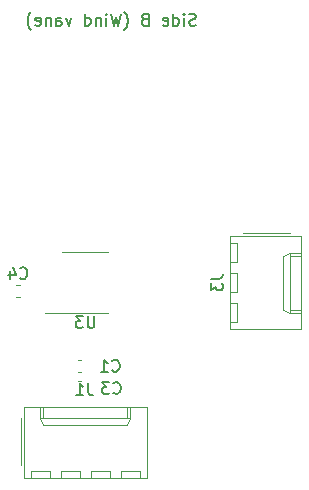
<source format=gbo>
G04 #@! TF.GenerationSoftware,KiCad,Pcbnew,(5.1.6)-1*
G04 #@! TF.CreationDate,2022-06-26T15:17:10+10:00*
G04 #@! TF.ProjectId,wind_sensors,77696e64-5f73-4656-9e73-6f72732e6b69,rev?*
G04 #@! TF.SameCoordinates,Original*
G04 #@! TF.FileFunction,Legend,Bot*
G04 #@! TF.FilePolarity,Positive*
%FSLAX46Y46*%
G04 Gerber Fmt 4.6, Leading zero omitted, Abs format (unit mm)*
G04 Created by KiCad (PCBNEW (5.1.6)-1) date 2022-06-26 15:17:10*
%MOMM*%
%LPD*%
G01*
G04 APERTURE LIST*
%ADD10C,0.150000*%
%ADD11C,0.120000*%
G04 APERTURE END LIST*
D10*
X153242857Y-79804761D02*
X153100000Y-79852380D01*
X152861904Y-79852380D01*
X152766666Y-79804761D01*
X152719047Y-79757142D01*
X152671428Y-79661904D01*
X152671428Y-79566666D01*
X152719047Y-79471428D01*
X152766666Y-79423809D01*
X152861904Y-79376190D01*
X153052380Y-79328571D01*
X153147619Y-79280952D01*
X153195238Y-79233333D01*
X153242857Y-79138095D01*
X153242857Y-79042857D01*
X153195238Y-78947619D01*
X153147619Y-78900000D01*
X153052380Y-78852380D01*
X152814285Y-78852380D01*
X152671428Y-78900000D01*
X152242857Y-79852380D02*
X152242857Y-79185714D01*
X152242857Y-78852380D02*
X152290476Y-78900000D01*
X152242857Y-78947619D01*
X152195238Y-78900000D01*
X152242857Y-78852380D01*
X152242857Y-78947619D01*
X151338095Y-79852380D02*
X151338095Y-78852380D01*
X151338095Y-79804761D02*
X151433333Y-79852380D01*
X151623809Y-79852380D01*
X151719047Y-79804761D01*
X151766666Y-79757142D01*
X151814285Y-79661904D01*
X151814285Y-79376190D01*
X151766666Y-79280952D01*
X151719047Y-79233333D01*
X151623809Y-79185714D01*
X151433333Y-79185714D01*
X151338095Y-79233333D01*
X150480952Y-79804761D02*
X150576190Y-79852380D01*
X150766666Y-79852380D01*
X150861904Y-79804761D01*
X150909523Y-79709523D01*
X150909523Y-79328571D01*
X150861904Y-79233333D01*
X150766666Y-79185714D01*
X150576190Y-79185714D01*
X150480952Y-79233333D01*
X150433333Y-79328571D01*
X150433333Y-79423809D01*
X150909523Y-79519047D01*
X148909523Y-79328571D02*
X148766666Y-79376190D01*
X148719047Y-79423809D01*
X148671428Y-79519047D01*
X148671428Y-79661904D01*
X148719047Y-79757142D01*
X148766666Y-79804761D01*
X148861904Y-79852380D01*
X149242857Y-79852380D01*
X149242857Y-78852380D01*
X148909523Y-78852380D01*
X148814285Y-78900000D01*
X148766666Y-78947619D01*
X148719047Y-79042857D01*
X148719047Y-79138095D01*
X148766666Y-79233333D01*
X148814285Y-79280952D01*
X148909523Y-79328571D01*
X149242857Y-79328571D01*
X147195238Y-80233333D02*
X147242857Y-80185714D01*
X147338095Y-80042857D01*
X147385714Y-79947619D01*
X147433333Y-79804761D01*
X147480952Y-79566666D01*
X147480952Y-79376190D01*
X147433333Y-79138095D01*
X147385714Y-78995238D01*
X147338095Y-78900000D01*
X147242857Y-78757142D01*
X147195238Y-78709523D01*
X146909523Y-78852380D02*
X146671428Y-79852380D01*
X146480952Y-79138095D01*
X146290476Y-79852380D01*
X146052380Y-78852380D01*
X145671428Y-79852380D02*
X145671428Y-79185714D01*
X145671428Y-78852380D02*
X145719047Y-78900000D01*
X145671428Y-78947619D01*
X145623809Y-78900000D01*
X145671428Y-78852380D01*
X145671428Y-78947619D01*
X145195238Y-79185714D02*
X145195238Y-79852380D01*
X145195238Y-79280952D02*
X145147619Y-79233333D01*
X145052380Y-79185714D01*
X144909523Y-79185714D01*
X144814285Y-79233333D01*
X144766666Y-79328571D01*
X144766666Y-79852380D01*
X143861904Y-79852380D02*
X143861904Y-78852380D01*
X143861904Y-79804761D02*
X143957142Y-79852380D01*
X144147619Y-79852380D01*
X144242857Y-79804761D01*
X144290476Y-79757142D01*
X144338095Y-79661904D01*
X144338095Y-79376190D01*
X144290476Y-79280952D01*
X144242857Y-79233333D01*
X144147619Y-79185714D01*
X143957142Y-79185714D01*
X143861904Y-79233333D01*
X142719047Y-79185714D02*
X142480952Y-79852380D01*
X142242857Y-79185714D01*
X141433333Y-79852380D02*
X141433333Y-79328571D01*
X141480952Y-79233333D01*
X141576190Y-79185714D01*
X141766666Y-79185714D01*
X141861904Y-79233333D01*
X141433333Y-79804761D02*
X141528571Y-79852380D01*
X141766666Y-79852380D01*
X141861904Y-79804761D01*
X141909523Y-79709523D01*
X141909523Y-79614285D01*
X141861904Y-79519047D01*
X141766666Y-79471428D01*
X141528571Y-79471428D01*
X141433333Y-79423809D01*
X140957142Y-79185714D02*
X140957142Y-79852380D01*
X140957142Y-79280952D02*
X140909523Y-79233333D01*
X140814285Y-79185714D01*
X140671428Y-79185714D01*
X140576190Y-79233333D01*
X140528571Y-79328571D01*
X140528571Y-79852380D01*
X139671428Y-79804761D02*
X139766666Y-79852380D01*
X139957142Y-79852380D01*
X140052380Y-79804761D01*
X140100000Y-79709523D01*
X140100000Y-79328571D01*
X140052380Y-79233333D01*
X139957142Y-79185714D01*
X139766666Y-79185714D01*
X139671428Y-79233333D01*
X139623809Y-79328571D01*
X139623809Y-79423809D01*
X140100000Y-79519047D01*
X139290476Y-80233333D02*
X139242857Y-80185714D01*
X139147619Y-80042857D01*
X139100000Y-79947619D01*
X139052380Y-79804761D01*
X139004761Y-79566666D01*
X139004761Y-79376190D01*
X139052380Y-79138095D01*
X139100000Y-78995238D01*
X139147619Y-78900000D01*
X139242857Y-78757142D01*
X139290476Y-78709523D01*
D11*
X143900000Y-104160000D02*
X140450000Y-104160000D01*
X143900000Y-104160000D02*
X145850000Y-104160000D01*
X143900000Y-99040000D02*
X141950000Y-99040000D01*
X143900000Y-99040000D02*
X145850000Y-99040000D01*
X156770000Y-104960000D02*
X156170000Y-104960000D01*
X156770000Y-103360000D02*
X156770000Y-104960000D01*
X156170000Y-103360000D02*
X156770000Y-103360000D01*
X156770000Y-102420000D02*
X156170000Y-102420000D01*
X156770000Y-100820000D02*
X156770000Y-102420000D01*
X156170000Y-100820000D02*
X156770000Y-100820000D01*
X156770000Y-99880000D02*
X156170000Y-99880000D01*
X156770000Y-98280000D02*
X156770000Y-99880000D01*
X156170000Y-98280000D02*
X156770000Y-98280000D01*
X162190000Y-103910000D02*
X161190000Y-103910000D01*
X162190000Y-99330000D02*
X161190000Y-99330000D01*
X160660000Y-103910000D02*
X161190000Y-104160000D01*
X160660000Y-99330000D02*
X160660000Y-103910000D01*
X161190000Y-99080000D02*
X160660000Y-99330000D01*
X161190000Y-104160000D02*
X162190000Y-104160000D01*
X161190000Y-99080000D02*
X161190000Y-104160000D01*
X162190000Y-99080000D02*
X161190000Y-99080000D01*
X157200000Y-97410000D02*
X161200000Y-97410000D01*
X156170000Y-105540000D02*
X156170000Y-97700000D01*
X162190000Y-105540000D02*
X156170000Y-105540000D01*
X162190000Y-97700000D02*
X162190000Y-105540000D01*
X156170000Y-97700000D02*
X162190000Y-97700000D01*
X148510000Y-117530000D02*
X148510000Y-118130000D01*
X146910000Y-117530000D02*
X148510000Y-117530000D01*
X146910000Y-118130000D02*
X146910000Y-117530000D01*
X145970000Y-117530000D02*
X145970000Y-118130000D01*
X144370000Y-117530000D02*
X145970000Y-117530000D01*
X144370000Y-118130000D02*
X144370000Y-117530000D01*
X143430000Y-117530000D02*
X143430000Y-118130000D01*
X141830000Y-117530000D02*
X143430000Y-117530000D01*
X141830000Y-118130000D02*
X141830000Y-117530000D01*
X140890000Y-117530000D02*
X140890000Y-118130000D01*
X139290000Y-117530000D02*
X140890000Y-117530000D01*
X139290000Y-118130000D02*
X139290000Y-117530000D01*
X147460000Y-112110000D02*
X147460000Y-113110000D01*
X140340000Y-112110000D02*
X140340000Y-113110000D01*
X147460000Y-113640000D02*
X147710000Y-113110000D01*
X140340000Y-113640000D02*
X147460000Y-113640000D01*
X140090000Y-113110000D02*
X140340000Y-113640000D01*
X147710000Y-113110000D02*
X147710000Y-112110000D01*
X140090000Y-113110000D02*
X147710000Y-113110000D01*
X140090000Y-112110000D02*
X140090000Y-113110000D01*
X138420000Y-117100000D02*
X138420000Y-113100000D01*
X149090000Y-118130000D02*
X138710000Y-118130000D01*
X149090000Y-112110000D02*
X149090000Y-118130000D01*
X138710000Y-112110000D02*
X149090000Y-112110000D01*
X138710000Y-118130000D02*
X138710000Y-112110000D01*
X138362779Y-102810000D02*
X138037221Y-102810000D01*
X138362779Y-101790000D02*
X138037221Y-101790000D01*
X143237221Y-109990000D02*
X143562779Y-109990000D01*
X143237221Y-111010000D02*
X143562779Y-111010000D01*
X143237221Y-108190000D02*
X143562779Y-108190000D01*
X143237221Y-109210000D02*
X143562779Y-109210000D01*
D10*
X144661904Y-104452380D02*
X144661904Y-105261904D01*
X144614285Y-105357142D01*
X144566666Y-105404761D01*
X144471428Y-105452380D01*
X144280952Y-105452380D01*
X144185714Y-105404761D01*
X144138095Y-105357142D01*
X144090476Y-105261904D01*
X144090476Y-104452380D01*
X143709523Y-104452380D02*
X143090476Y-104452380D01*
X143423809Y-104833333D01*
X143280952Y-104833333D01*
X143185714Y-104880952D01*
X143138095Y-104928571D01*
X143090476Y-105023809D01*
X143090476Y-105261904D01*
X143138095Y-105357142D01*
X143185714Y-105404761D01*
X143280952Y-105452380D01*
X143566666Y-105452380D01*
X143661904Y-105404761D01*
X143709523Y-105357142D01*
X154532380Y-101286666D02*
X155246666Y-101286666D01*
X155389523Y-101239047D01*
X155484761Y-101143809D01*
X155532380Y-101000952D01*
X155532380Y-100905714D01*
X154532380Y-101667619D02*
X154532380Y-102286666D01*
X154913333Y-101953333D01*
X154913333Y-102096190D01*
X154960952Y-102191428D01*
X155008571Y-102239047D01*
X155103809Y-102286666D01*
X155341904Y-102286666D01*
X155437142Y-102239047D01*
X155484761Y-102191428D01*
X155532380Y-102096190D01*
X155532380Y-101810476D01*
X155484761Y-101715238D01*
X155437142Y-101667619D01*
X144123333Y-110152380D02*
X144123333Y-110866666D01*
X144170952Y-111009523D01*
X144266190Y-111104761D01*
X144409047Y-111152380D01*
X144504285Y-111152380D01*
X143123333Y-111152380D02*
X143694761Y-111152380D01*
X143409047Y-111152380D02*
X143409047Y-110152380D01*
X143504285Y-110295238D01*
X143599523Y-110390476D01*
X143694761Y-110438095D01*
X138366666Y-101227142D02*
X138414285Y-101274761D01*
X138557142Y-101322380D01*
X138652380Y-101322380D01*
X138795238Y-101274761D01*
X138890476Y-101179523D01*
X138938095Y-101084285D01*
X138985714Y-100893809D01*
X138985714Y-100750952D01*
X138938095Y-100560476D01*
X138890476Y-100465238D01*
X138795238Y-100370000D01*
X138652380Y-100322380D01*
X138557142Y-100322380D01*
X138414285Y-100370000D01*
X138366666Y-100417619D01*
X137509523Y-100655714D02*
X137509523Y-101322380D01*
X137747619Y-100274761D02*
X137985714Y-100989047D01*
X137366666Y-100989047D01*
X146266666Y-110957142D02*
X146314285Y-111004761D01*
X146457142Y-111052380D01*
X146552380Y-111052380D01*
X146695238Y-111004761D01*
X146790476Y-110909523D01*
X146838095Y-110814285D01*
X146885714Y-110623809D01*
X146885714Y-110480952D01*
X146838095Y-110290476D01*
X146790476Y-110195238D01*
X146695238Y-110100000D01*
X146552380Y-110052380D01*
X146457142Y-110052380D01*
X146314285Y-110100000D01*
X146266666Y-110147619D01*
X145933333Y-110052380D02*
X145314285Y-110052380D01*
X145647619Y-110433333D01*
X145504761Y-110433333D01*
X145409523Y-110480952D01*
X145361904Y-110528571D01*
X145314285Y-110623809D01*
X145314285Y-110861904D01*
X145361904Y-110957142D01*
X145409523Y-111004761D01*
X145504761Y-111052380D01*
X145790476Y-111052380D01*
X145885714Y-111004761D01*
X145933333Y-110957142D01*
X146166666Y-109057142D02*
X146214285Y-109104761D01*
X146357142Y-109152380D01*
X146452380Y-109152380D01*
X146595238Y-109104761D01*
X146690476Y-109009523D01*
X146738095Y-108914285D01*
X146785714Y-108723809D01*
X146785714Y-108580952D01*
X146738095Y-108390476D01*
X146690476Y-108295238D01*
X146595238Y-108200000D01*
X146452380Y-108152380D01*
X146357142Y-108152380D01*
X146214285Y-108200000D01*
X146166666Y-108247619D01*
X145214285Y-109152380D02*
X145785714Y-109152380D01*
X145500000Y-109152380D02*
X145500000Y-108152380D01*
X145595238Y-108295238D01*
X145690476Y-108390476D01*
X145785714Y-108438095D01*
M02*

</source>
